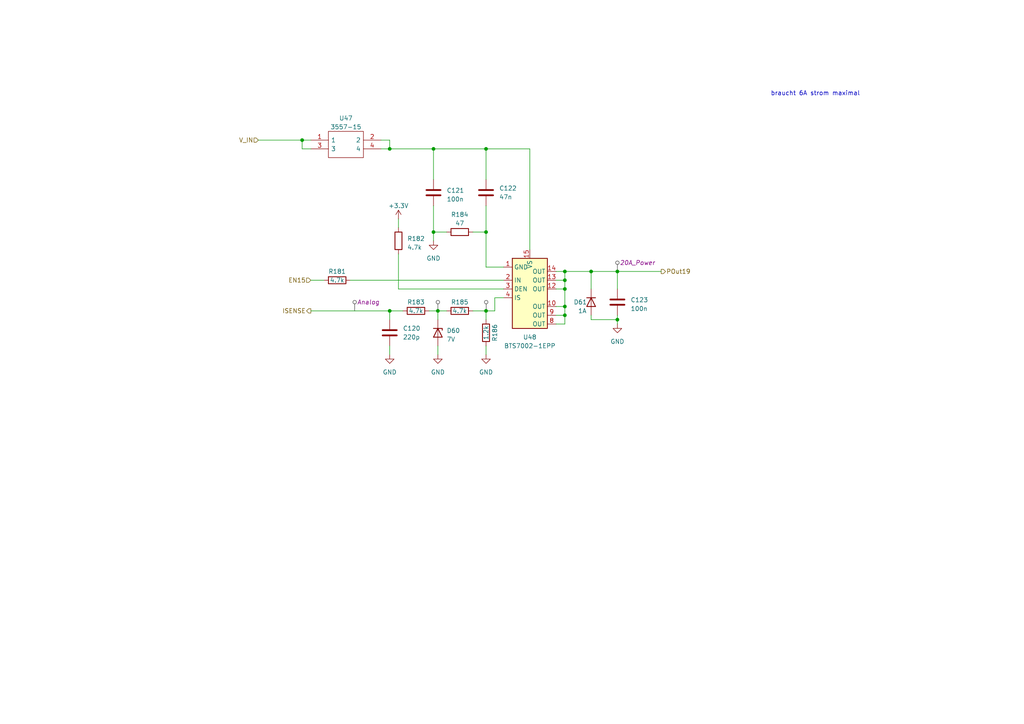
<source format=kicad_sch>
(kicad_sch
	(version 20231120)
	(generator "eeschema")
	(generator_version "8.0")
	(uuid "d558bbc7-5f0f-4c6e-982f-f0943f46614a")
	(paper "A4")
	(title_block
		(title "PDU FT24")
		(company "Nived Jayaprakash Nambiar ")
		(comment 1 "FasTTUBe Electronics")
	)
	(lib_symbols
		(symbol "3557-15:3557-15"
			(pin_names
				(offset 0.762)
			)
			(exclude_from_sim no)
			(in_bom yes)
			(on_board yes)
			(property "Reference" "U"
				(at 16.51 7.62 0)
				(effects
					(font
						(size 1.27 1.27)
					)
					(justify left)
				)
			)
			(property "Value" "3557-15"
				(at 16.51 5.08 0)
				(effects
					(font
						(size 1.27 1.27)
					)
					(justify left)
				)
			)
			(property "Footprint" "355715"
				(at 16.51 2.54 0)
				(effects
					(font
						(size 1.27 1.27)
					)
					(justify left)
					(hide yes)
				)
			)
			(property "Datasheet" "https://componentsearchengine.com/Datasheets/1/3557-15.pdf"
				(at 16.51 0 0)
				(effects
					(font
						(size 1.27 1.27)
					)
					(justify left)
					(hide yes)
				)
			)
			(property "Description" "Fuse Holder T/H 2 IN 1 AUTO BLDE HOLDER, BLUE 15A"
				(at 16.51 -2.54 0)
				(effects
					(font
						(size 1.27 1.27)
					)
					(justify left)
					(hide yes)
				)
			)
			(property "Height" "7.37"
				(at 16.51 -5.08 0)
				(effects
					(font
						(size 1.27 1.27)
					)
					(justify left)
					(hide yes)
				)
			)
			(property "heisener Part Number" ""
				(at 16.51 -7.62 0)
				(effects
					(font
						(size 1.27 1.27)
					)
					(justify left)
					(hide yes)
				)
			)
			(property "heisener Price/Stock" ""
				(at 16.51 -10.16 0)
				(effects
					(font
						(size 1.27 1.27)
					)
					(justify left)
					(hide yes)
				)
			)
			(property "Manufacturer_Name" "Keystone Electronics"
				(at 16.51 -12.7 0)
				(effects
					(font
						(size 1.27 1.27)
					)
					(justify left)
					(hide yes)
				)
			)
			(property "Manufacturer_Part_Number" "3557-15"
				(at 16.51 -15.24 0)
				(effects
					(font
						(size 1.27 1.27)
					)
					(justify left)
					(hide yes)
				)
			)
			(symbol "3557-15_0_0"
				(pin passive line
					(at 0 0 0)
					(length 5.08)
					(name "1"
						(effects
							(font
								(size 1.27 1.27)
							)
						)
					)
					(number "1"
						(effects
							(font
								(size 1.27 1.27)
							)
						)
					)
				)
				(pin passive line
					(at 20.32 0 180)
					(length 5.08)
					(name "2"
						(effects
							(font
								(size 1.27 1.27)
							)
						)
					)
					(number "2"
						(effects
							(font
								(size 1.27 1.27)
							)
						)
					)
				)
				(pin passive line
					(at 0 -2.54 0)
					(length 5.08)
					(name "3"
						(effects
							(font
								(size 1.27 1.27)
							)
						)
					)
					(number "3"
						(effects
							(font
								(size 1.27 1.27)
							)
						)
					)
				)
				(pin passive line
					(at 20.32 -2.54 180)
					(length 5.08)
					(name "4"
						(effects
							(font
								(size 1.27 1.27)
							)
						)
					)
					(number "4"
						(effects
							(font
								(size 1.27 1.27)
							)
						)
					)
				)
			)
			(symbol "3557-15_0_1"
				(polyline
					(pts
						(xy 5.08 2.54) (xy 15.24 2.54) (xy 15.24 -5.08) (xy 5.08 -5.08) (xy 5.08 2.54)
					)
					(stroke
						(width 0.1524)
						(type solid)
					)
					(fill
						(type none)
					)
				)
			)
		)
		(symbol "Device:C"
			(pin_numbers hide)
			(pin_names
				(offset 0.254)
			)
			(exclude_from_sim no)
			(in_bom yes)
			(on_board yes)
			(property "Reference" "C"
				(at 0.635 2.54 0)
				(effects
					(font
						(size 1.27 1.27)
					)
					(justify left)
				)
			)
			(property "Value" "C"
				(at 0.635 -2.54 0)
				(effects
					(font
						(size 1.27 1.27)
					)
					(justify left)
				)
			)
			(property "Footprint" ""
				(at 0.9652 -3.81 0)
				(effects
					(font
						(size 1.27 1.27)
					)
					(hide yes)
				)
			)
			(property "Datasheet" "~"
				(at 0 0 0)
				(effects
					(font
						(size 1.27 1.27)
					)
					(hide yes)
				)
			)
			(property "Description" "Unpolarized capacitor"
				(at 0 0 0)
				(effects
					(font
						(size 1.27 1.27)
					)
					(hide yes)
				)
			)
			(property "ki_keywords" "cap capacitor"
				(at 0 0 0)
				(effects
					(font
						(size 1.27 1.27)
					)
					(hide yes)
				)
			)
			(property "ki_fp_filters" "C_*"
				(at 0 0 0)
				(effects
					(font
						(size 1.27 1.27)
					)
					(hide yes)
				)
			)
			(symbol "C_0_1"
				(polyline
					(pts
						(xy -2.032 -0.762) (xy 2.032 -0.762)
					)
					(stroke
						(width 0.508)
						(type default)
					)
					(fill
						(type none)
					)
				)
				(polyline
					(pts
						(xy -2.032 0.762) (xy 2.032 0.762)
					)
					(stroke
						(width 0.508)
						(type default)
					)
					(fill
						(type none)
					)
				)
			)
			(symbol "C_1_1"
				(pin passive line
					(at 0 3.81 270)
					(length 2.794)
					(name "~"
						(effects
							(font
								(size 1.27 1.27)
							)
						)
					)
					(number "1"
						(effects
							(font
								(size 1.27 1.27)
							)
						)
					)
				)
				(pin passive line
					(at 0 -3.81 90)
					(length 2.794)
					(name "~"
						(effects
							(font
								(size 1.27 1.27)
							)
						)
					)
					(number "2"
						(effects
							(font
								(size 1.27 1.27)
							)
						)
					)
				)
			)
		)
		(symbol "Device:D"
			(pin_numbers hide)
			(pin_names
				(offset 1.016) hide)
			(exclude_from_sim no)
			(in_bom yes)
			(on_board yes)
			(property "Reference" "D"
				(at 0 2.54 0)
				(effects
					(font
						(size 1.27 1.27)
					)
				)
			)
			(property "Value" "D"
				(at 0 -2.54 0)
				(effects
					(font
						(size 1.27 1.27)
					)
				)
			)
			(property "Footprint" ""
				(at 0 0 0)
				(effects
					(font
						(size 1.27 1.27)
					)
					(hide yes)
				)
			)
			(property "Datasheet" "~"
				(at 0 0 0)
				(effects
					(font
						(size 1.27 1.27)
					)
					(hide yes)
				)
			)
			(property "Description" "Diode"
				(at 0 0 0)
				(effects
					(font
						(size 1.27 1.27)
					)
					(hide yes)
				)
			)
			(property "Sim.Device" "D"
				(at 0 0 0)
				(effects
					(font
						(size 1.27 1.27)
					)
					(hide yes)
				)
			)
			(property "Sim.Pins" "1=K 2=A"
				(at 0 0 0)
				(effects
					(font
						(size 1.27 1.27)
					)
					(hide yes)
				)
			)
			(property "ki_keywords" "diode"
				(at 0 0 0)
				(effects
					(font
						(size 1.27 1.27)
					)
					(hide yes)
				)
			)
			(property "ki_fp_filters" "TO-???* *_Diode_* *SingleDiode* D_*"
				(at 0 0 0)
				(effects
					(font
						(size 1.27 1.27)
					)
					(hide yes)
				)
			)
			(symbol "D_0_1"
				(polyline
					(pts
						(xy -1.27 1.27) (xy -1.27 -1.27)
					)
					(stroke
						(width 0.254)
						(type default)
					)
					(fill
						(type none)
					)
				)
				(polyline
					(pts
						(xy 1.27 0) (xy -1.27 0)
					)
					(stroke
						(width 0)
						(type default)
					)
					(fill
						(type none)
					)
				)
				(polyline
					(pts
						(xy 1.27 1.27) (xy 1.27 -1.27) (xy -1.27 0) (xy 1.27 1.27)
					)
					(stroke
						(width 0.254)
						(type default)
					)
					(fill
						(type none)
					)
				)
			)
			(symbol "D_1_1"
				(pin passive line
					(at -3.81 0 0)
					(length 2.54)
					(name "K"
						(effects
							(font
								(size 1.27 1.27)
							)
						)
					)
					(number "1"
						(effects
							(font
								(size 1.27 1.27)
							)
						)
					)
				)
				(pin passive line
					(at 3.81 0 180)
					(length 2.54)
					(name "A"
						(effects
							(font
								(size 1.27 1.27)
							)
						)
					)
					(number "2"
						(effects
							(font
								(size 1.27 1.27)
							)
						)
					)
				)
			)
		)
		(symbol "Device:D_Zener"
			(pin_numbers hide)
			(pin_names
				(offset 1.016) hide)
			(exclude_from_sim no)
			(in_bom yes)
			(on_board yes)
			(property "Reference" "D"
				(at 0 2.54 0)
				(effects
					(font
						(size 1.27 1.27)
					)
				)
			)
			(property "Value" "D_Zener"
				(at 0 -2.54 0)
				(effects
					(font
						(size 1.27 1.27)
					)
				)
			)
			(property "Footprint" ""
				(at 0 0 0)
				(effects
					(font
						(size 1.27 1.27)
					)
					(hide yes)
				)
			)
			(property "Datasheet" "~"
				(at 0 0 0)
				(effects
					(font
						(size 1.27 1.27)
					)
					(hide yes)
				)
			)
			(property "Description" "Zener diode"
				(at 0 0 0)
				(effects
					(font
						(size 1.27 1.27)
					)
					(hide yes)
				)
			)
			(property "ki_keywords" "diode"
				(at 0 0 0)
				(effects
					(font
						(size 1.27 1.27)
					)
					(hide yes)
				)
			)
			(property "ki_fp_filters" "TO-???* *_Diode_* *SingleDiode* D_*"
				(at 0 0 0)
				(effects
					(font
						(size 1.27 1.27)
					)
					(hide yes)
				)
			)
			(symbol "D_Zener_0_1"
				(polyline
					(pts
						(xy 1.27 0) (xy -1.27 0)
					)
					(stroke
						(width 0)
						(type default)
					)
					(fill
						(type none)
					)
				)
				(polyline
					(pts
						(xy -1.27 -1.27) (xy -1.27 1.27) (xy -0.762 1.27)
					)
					(stroke
						(width 0.254)
						(type default)
					)
					(fill
						(type none)
					)
				)
				(polyline
					(pts
						(xy 1.27 -1.27) (xy 1.27 1.27) (xy -1.27 0) (xy 1.27 -1.27)
					)
					(stroke
						(width 0.254)
						(type default)
					)
					(fill
						(type none)
					)
				)
			)
			(symbol "D_Zener_1_1"
				(pin passive line
					(at -3.81 0 0)
					(length 2.54)
					(name "K"
						(effects
							(font
								(size 1.27 1.27)
							)
						)
					)
					(number "1"
						(effects
							(font
								(size 1.27 1.27)
							)
						)
					)
				)
				(pin passive line
					(at 3.81 0 180)
					(length 2.54)
					(name "A"
						(effects
							(font
								(size 1.27 1.27)
							)
						)
					)
					(number "2"
						(effects
							(font
								(size 1.27 1.27)
							)
						)
					)
				)
			)
		)
		(symbol "Device:R"
			(pin_numbers hide)
			(pin_names
				(offset 0)
			)
			(exclude_from_sim no)
			(in_bom yes)
			(on_board yes)
			(property "Reference" "R"
				(at 2.032 0 90)
				(effects
					(font
						(size 1.27 1.27)
					)
				)
			)
			(property "Value" "R"
				(at 0 0 90)
				(effects
					(font
						(size 1.27 1.27)
					)
				)
			)
			(property "Footprint" ""
				(at -1.778 0 90)
				(effects
					(font
						(size 1.27 1.27)
					)
					(hide yes)
				)
			)
			(property "Datasheet" "~"
				(at 0 0 0)
				(effects
					(font
						(size 1.27 1.27)
					)
					(hide yes)
				)
			)
			(property "Description" "Resistor"
				(at 0 0 0)
				(effects
					(font
						(size 1.27 1.27)
					)
					(hide yes)
				)
			)
			(property "ki_keywords" "R res resistor"
				(at 0 0 0)
				(effects
					(font
						(size 1.27 1.27)
					)
					(hide yes)
				)
			)
			(property "ki_fp_filters" "R_*"
				(at 0 0 0)
				(effects
					(font
						(size 1.27 1.27)
					)
					(hide yes)
				)
			)
			(symbol "R_0_1"
				(rectangle
					(start -1.016 -2.54)
					(end 1.016 2.54)
					(stroke
						(width 0.254)
						(type default)
					)
					(fill
						(type none)
					)
				)
			)
			(symbol "R_1_1"
				(pin passive line
					(at 0 3.81 270)
					(length 1.27)
					(name "~"
						(effects
							(font
								(size 1.27 1.27)
							)
						)
					)
					(number "1"
						(effects
							(font
								(size 1.27 1.27)
							)
						)
					)
				)
				(pin passive line
					(at 0 -3.81 90)
					(length 1.27)
					(name "~"
						(effects
							(font
								(size 1.27 1.27)
							)
						)
					)
					(number "2"
						(effects
							(font
								(size 1.27 1.27)
							)
						)
					)
				)
			)
		)
		(symbol "PROFET:BTS7002-1EPP"
			(exclude_from_sim no)
			(in_bom yes)
			(on_board yes)
			(property "Reference" "U48"
				(at 0 -17.78 0)
				(effects
					(font
						(size 1.27 1.27)
					)
				)
			)
			(property "Value" "BTS7002-1EPP"
				(at 0 -20.32 0)
				(effects
					(font
						(size 1.27 1.27)
					)
				)
			)
			(property "Footprint" "Package_SO:Infineon_PG-TSDSO-14-22"
				(at -25.4 -16.51 0)
				(effects
					(font
						(size 1.27 1.27)
					)
					(hide yes)
				)
			)
			(property "Datasheet" "https://www.infineon.com/dgdl/Infineon-BTS7002-1EPP-DataSheet-v01_10-EN.pdf?fileId=5546d46278d64ffd0178d95f93655dc0"
				(at -1.27 -19.05 0)
				(effects
					(font
						(size 1.27 1.27)
					)
					(hide yes)
				)
			)
			(property "Description" "Smart High-Side Power Switch, PROFET, One Channel, 12V, 21A, Rds(on) 2.6mΩ, PG-TSDSO-14-22"
				(at 0 0 0)
				(effects
					(font
						(size 1.27 1.27)
					)
					(hide yes)
				)
			)
			(property "ki_keywords" "BTS7004"
				(at 0 0 0)
				(effects
					(font
						(size 1.27 1.27)
					)
					(hide yes)
				)
			)
			(property "ki_fp_filters" "Infineon*TSDSO*22*"
				(at 0 0 0)
				(effects
					(font
						(size 1.27 1.27)
					)
					(hide yes)
				)
			)
			(symbol "BTS7002-1EPP_0_1"
				(rectangle
					(start -5.08 5.08)
					(end 5.08 -15.24)
					(stroke
						(width 0.254)
						(type default)
					)
					(fill
						(type background)
					)
				)
			)
			(symbol "BTS7002-1EPP_1_1"
				(pin power_out line
					(at -7.62 2.54 0)
					(length 2.54)
					(name "GND"
						(effects
							(font
								(size 1.27 1.27)
							)
						)
					)
					(number "1"
						(effects
							(font
								(size 1.27 1.27)
							)
						)
					)
				)
				(pin passive line
					(at 7.62 -8.89 180)
					(length 2.54)
					(name "OUT"
						(effects
							(font
								(size 1.27 1.27)
							)
						)
					)
					(number "10"
						(effects
							(font
								(size 1.27 1.27)
							)
						)
					)
				)
				(pin no_connect line
					(at 7.62 -6.35 180)
					(length 2.54) hide
					(name "NC"
						(effects
							(font
								(size 1.27 1.27)
							)
						)
					)
					(number "11"
						(effects
							(font
								(size 1.27 1.27)
							)
						)
					)
				)
				(pin passive line
					(at 7.62 -3.81 180)
					(length 2.54)
					(name "OUT"
						(effects
							(font
								(size 1.27 1.27)
							)
						)
					)
					(number "12"
						(effects
							(font
								(size 1.27 1.27)
							)
						)
					)
				)
				(pin passive line
					(at 7.62 -1.27 180)
					(length 2.54)
					(name "OUT"
						(effects
							(font
								(size 1.27 1.27)
							)
						)
					)
					(number "13"
						(effects
							(font
								(size 1.27 1.27)
							)
						)
					)
				)
				(pin power_out line
					(at 7.62 1.27 180)
					(length 2.54)
					(name "OUT"
						(effects
							(font
								(size 1.27 1.27)
							)
						)
					)
					(number "14"
						(effects
							(font
								(size 1.27 1.27)
							)
						)
					)
				)
				(pin input line
					(at 0 7.62 270)
					(length 2.54)
					(name "VS"
						(effects
							(font
								(size 1.27 1.27)
							)
						)
					)
					(number "15"
						(effects
							(font
								(size 1.27 1.27)
							)
						)
					)
				)
				(pin input line
					(at -7.62 -1.27 0)
					(length 2.54)
					(name "IN"
						(effects
							(font
								(size 1.27 1.27)
							)
						)
					)
					(number "2"
						(effects
							(font
								(size 1.27 1.27)
							)
						)
					)
				)
				(pin input line
					(at -7.62 -3.81 0)
					(length 2.54)
					(name "DEN"
						(effects
							(font
								(size 1.27 1.27)
							)
						)
					)
					(number "3"
						(effects
							(font
								(size 1.27 1.27)
							)
						)
					)
				)
				(pin output line
					(at -7.62 -6.35 0)
					(length 2.54)
					(name "IS"
						(effects
							(font
								(size 1.27 1.27)
							)
						)
					)
					(number "4"
						(effects
							(font
								(size 1.27 1.27)
							)
						)
					)
				)
				(pin no_connect line
					(at -7.62 -8.89 0)
					(length 2.54) hide
					(name "NC"
						(effects
							(font
								(size 1.27 1.27)
							)
						)
					)
					(number "5"
						(effects
							(font
								(size 1.27 1.27)
							)
						)
					)
				)
				(pin no_connect line
					(at -7.62 -11.43 0)
					(length 2.54) hide
					(name "NC"
						(effects
							(font
								(size 1.27 1.27)
							)
						)
					)
					(number "6"
						(effects
							(font
								(size 1.27 1.27)
							)
						)
					)
				)
				(pin no_connect line
					(at -7.62 -13.97 0)
					(length 2.54) hide
					(name "NC"
						(effects
							(font
								(size 1.27 1.27)
							)
						)
					)
					(number "7"
						(effects
							(font
								(size 1.27 1.27)
							)
						)
					)
				)
				(pin passive line
					(at 7.62 -13.97 180)
					(length 2.54)
					(name "OUT"
						(effects
							(font
								(size 1.27 1.27)
							)
						)
					)
					(number "8"
						(effects
							(font
								(size 1.27 1.27)
							)
						)
					)
				)
				(pin passive line
					(at 7.62 -11.43 180)
					(length 2.54)
					(name "OUT"
						(effects
							(font
								(size 1.27 1.27)
							)
						)
					)
					(number "9"
						(effects
							(font
								(size 1.27 1.27)
							)
						)
					)
				)
			)
		)
		(symbol "power:+3.3V"
			(power)
			(pin_names
				(offset 0)
			)
			(exclude_from_sim no)
			(in_bom yes)
			(on_board yes)
			(property "Reference" "#PWR"
				(at 0 -3.81 0)
				(effects
					(font
						(size 1.27 1.27)
					)
					(hide yes)
				)
			)
			(property "Value" "+3.3V"
				(at 0 3.556 0)
				(effects
					(font
						(size 1.27 1.27)
					)
				)
			)
			(property "Footprint" ""
				(at 0 0 0)
				(effects
					(font
						(size 1.27 1.27)
					)
					(hide yes)
				)
			)
			(property "Datasheet" ""
				(at 0 0 0)
				(effects
					(font
						(size 1.27 1.27)
					)
					(hide yes)
				)
			)
			(property "Description" "Power symbol creates a global label with name \"+3.3V\""
				(at 0 0 0)
				(effects
					(font
						(size 1.27 1.27)
					)
					(hide yes)
				)
			)
			(property "ki_keywords" "global power"
				(at 0 0 0)
				(effects
					(font
						(size 1.27 1.27)
					)
					(hide yes)
				)
			)
			(symbol "+3.3V_0_1"
				(polyline
					(pts
						(xy -0.762 1.27) (xy 0 2.54)
					)
					(stroke
						(width 0)
						(type default)
					)
					(fill
						(type none)
					)
				)
				(polyline
					(pts
						(xy 0 0) (xy 0 2.54)
					)
					(stroke
						(width 0)
						(type default)
					)
					(fill
						(type none)
					)
				)
				(polyline
					(pts
						(xy 0 2.54) (xy 0.762 1.27)
					)
					(stroke
						(width 0)
						(type default)
					)
					(fill
						(type none)
					)
				)
			)
			(symbol "+3.3V_1_1"
				(pin power_in line
					(at 0 0 90)
					(length 0) hide
					(name "+3.3V"
						(effects
							(font
								(size 1.27 1.27)
							)
						)
					)
					(number "1"
						(effects
							(font
								(size 1.27 1.27)
							)
						)
					)
				)
			)
		)
		(symbol "power:GND"
			(power)
			(pin_names
				(offset 0)
			)
			(exclude_from_sim no)
			(in_bom yes)
			(on_board yes)
			(property "Reference" "#PWR"
				(at 0 -6.35 0)
				(effects
					(font
						(size 1.27 1.27)
					)
					(hide yes)
				)
			)
			(property "Value" "GND"
				(at 0 -3.81 0)
				(effects
					(font
						(size 1.27 1.27)
					)
				)
			)
			(property "Footprint" ""
				(at 0 0 0)
				(effects
					(font
						(size 1.27 1.27)
					)
					(hide yes)
				)
			)
			(property "Datasheet" ""
				(at 0 0 0)
				(effects
					(font
						(size 1.27 1.27)
					)
					(hide yes)
				)
			)
			(property "Description" "Power symbol creates a global label with name \"GND\" , ground"
				(at 0 0 0)
				(effects
					(font
						(size 1.27 1.27)
					)
					(hide yes)
				)
			)
			(property "ki_keywords" "global power"
				(at 0 0 0)
				(effects
					(font
						(size 1.27 1.27)
					)
					(hide yes)
				)
			)
			(symbol "GND_0_1"
				(polyline
					(pts
						(xy 0 0) (xy 0 -1.27) (xy 1.27 -1.27) (xy 0 -2.54) (xy -1.27 -1.27) (xy 0 -1.27)
					)
					(stroke
						(width 0)
						(type default)
					)
					(fill
						(type none)
					)
				)
			)
			(symbol "GND_1_1"
				(pin power_in line
					(at 0 0 270)
					(length 0) hide
					(name "GND"
						(effects
							(font
								(size 1.27 1.27)
							)
						)
					)
					(number "1"
						(effects
							(font
								(size 1.27 1.27)
							)
						)
					)
				)
			)
		)
	)
	(junction
		(at 163.83 81.28)
		(diameter 0)
		(color 0 0 0 0)
		(uuid "0a615279-484c-4655-96ef-2d82b90243b9")
	)
	(junction
		(at 179.07 92.71)
		(diameter 0)
		(color 0 0 0 0)
		(uuid "16fd30dc-d324-4461-a48a-d4d76a83a1b1")
	)
	(junction
		(at 113.03 43.18)
		(diameter 0)
		(color 0 0 0 0)
		(uuid "39b499e8-afc2-4eb2-9a8a-a910d3b6b122")
	)
	(junction
		(at 163.83 88.9)
		(diameter 0)
		(color 0 0 0 0)
		(uuid "3bec01ce-54e8-4c49-b6b2-fef25a88e3cc")
	)
	(junction
		(at 163.83 91.44)
		(diameter 0)
		(color 0 0 0 0)
		(uuid "3df0876e-485f-4e06-b939-02a652cd23c4")
	)
	(junction
		(at 113.03 90.17)
		(diameter 0)
		(color 0 0 0 0)
		(uuid "3ea76131-0365-4bd6-a386-8c8847dd256e")
	)
	(junction
		(at 163.83 78.74)
		(diameter 0)
		(color 0 0 0 0)
		(uuid "47690f26-2aa7-482d-a586-0289bcbb522a")
	)
	(junction
		(at 140.97 43.18)
		(diameter 0)
		(color 0 0 0 0)
		(uuid "75762ad9-4c6a-4651-8bd7-f7856e8c1ffb")
	)
	(junction
		(at 163.83 83.82)
		(diameter 0)
		(color 0 0 0 0)
		(uuid "7a8a8614-daea-493e-af1a-383e3bb93554")
	)
	(junction
		(at 125.73 43.18)
		(diameter 0)
		(color 0 0 0 0)
		(uuid "7cff620e-aab7-434a-ad48-e466122c9a96")
	)
	(junction
		(at 140.97 67.31)
		(diameter 0)
		(color 0 0 0 0)
		(uuid "90a588c6-9948-4867-b232-651c1b9d0960")
	)
	(junction
		(at 87.63 40.64)
		(diameter 0)
		(color 0 0 0 0)
		(uuid "956b636f-6d24-4851-9c31-9c73e3c1dfa5")
	)
	(junction
		(at 125.73 67.31)
		(diameter 0)
		(color 0 0 0 0)
		(uuid "a4075c73-970e-41b5-ba61-520e949417e3")
	)
	(junction
		(at 171.45 78.74)
		(diameter 0)
		(color 0 0 0 0)
		(uuid "ba84c31c-905d-42c2-8259-4b5606df3df6")
	)
	(junction
		(at 127 90.17)
		(diameter 0)
		(color 0 0 0 0)
		(uuid "be2f5d82-1785-4b8a-b492-ef9585e41cad")
	)
	(junction
		(at 140.97 90.17)
		(diameter 0)
		(color 0 0 0 0)
		(uuid "cb400b68-a27d-4aa1-97ce-a2db95eb1442")
	)
	(junction
		(at 179.07 78.74)
		(diameter 0)
		(color 0 0 0 0)
		(uuid "d5752029-cc28-4a06-87ec-bacf5c8ce756")
	)
	(wire
		(pts
			(xy 161.29 91.44) (xy 163.83 91.44)
		)
		(stroke
			(width 0)
			(type default)
		)
		(uuid "0908663d-f197-40fd-a08e-d8fe643d2e3f")
	)
	(wire
		(pts
			(xy 127 90.17) (xy 124.46 90.17)
		)
		(stroke
			(width 0)
			(type default)
		)
		(uuid "0b0714c4-c3b1-4c03-a355-84d043dad676")
	)
	(wire
		(pts
			(xy 110.49 43.18) (xy 113.03 43.18)
		)
		(stroke
			(width 0)
			(type default)
		)
		(uuid "0b9ae9bd-b453-4bbf-be83-afb397634b6d")
	)
	(wire
		(pts
			(xy 140.97 67.31) (xy 140.97 77.47)
		)
		(stroke
			(width 0)
			(type default)
		)
		(uuid "0cef93dd-3eca-4506-9a8b-e2298a37eced")
	)
	(wire
		(pts
			(xy 171.45 78.74) (xy 179.07 78.74)
		)
		(stroke
			(width 0)
			(type default)
		)
		(uuid "11d0f44b-3244-4c4c-a2fa-280f7d9855c0")
	)
	(wire
		(pts
			(xy 140.97 92.71) (xy 140.97 90.17)
		)
		(stroke
			(width 0)
			(type default)
		)
		(uuid "18888ef2-a18d-4f84-bd0b-540660cbfeaf")
	)
	(wire
		(pts
			(xy 140.97 90.17) (xy 143.51 90.17)
		)
		(stroke
			(width 0)
			(type default)
		)
		(uuid "191ff63a-9286-497d-b2a4-ba773b282805")
	)
	(wire
		(pts
			(xy 74.93 40.64) (xy 87.63 40.64)
		)
		(stroke
			(width 0)
			(type default)
		)
		(uuid "1f5c644d-0b75-4b84-9f9c-249a41b75a66")
	)
	(wire
		(pts
			(xy 140.97 43.18) (xy 140.97 52.07)
		)
		(stroke
			(width 0)
			(type default)
		)
		(uuid "1f89bfe6-8aeb-4972-9b9c-9b39ee9f27b5")
	)
	(wire
		(pts
			(xy 125.73 43.18) (xy 125.73 52.07)
		)
		(stroke
			(width 0)
			(type default)
		)
		(uuid "2179cfdb-f408-4639-8240-70887e875bf3")
	)
	(wire
		(pts
			(xy 127 100.33) (xy 127 102.87)
		)
		(stroke
			(width 0)
			(type default)
		)
		(uuid "2d0a2ef5-22b7-42be-a995-a3fda184417f")
	)
	(wire
		(pts
			(xy 140.97 59.69) (xy 140.97 67.31)
		)
		(stroke
			(width 0)
			(type default)
		)
		(uuid "359e311f-09d9-4bc5-8cd7-5e19f35497fb")
	)
	(wire
		(pts
			(xy 115.57 83.82) (xy 146.05 83.82)
		)
		(stroke
			(width 0)
			(type default)
		)
		(uuid "35f711b7-a575-4333-9906-fea18d634fd2")
	)
	(wire
		(pts
			(xy 163.83 78.74) (xy 171.45 78.74)
		)
		(stroke
			(width 0)
			(type default)
		)
		(uuid "369d4e94-ac24-4a15-9257-92aefd83afea")
	)
	(wire
		(pts
			(xy 163.83 88.9) (xy 163.83 83.82)
		)
		(stroke
			(width 0)
			(type default)
		)
		(uuid "37b3ed5e-26a8-43bb-9f1c-97de835abfda")
	)
	(wire
		(pts
			(xy 116.84 90.17) (xy 113.03 90.17)
		)
		(stroke
			(width 0)
			(type default)
		)
		(uuid "448cd2e0-7e74-4b98-b4c8-c1ae488663d8")
	)
	(wire
		(pts
			(xy 163.83 78.74) (xy 161.29 78.74)
		)
		(stroke
			(width 0)
			(type default)
		)
		(uuid "5339edab-2b25-4c17-a08b-e97c92883366")
	)
	(wire
		(pts
			(xy 127 90.17) (xy 129.54 90.17)
		)
		(stroke
			(width 0)
			(type default)
		)
		(uuid "55c79fcd-4539-470f-bade-db57406d24ae")
	)
	(wire
		(pts
			(xy 161.29 83.82) (xy 163.83 83.82)
		)
		(stroke
			(width 0)
			(type default)
		)
		(uuid "5a318884-8ed1-4520-a902-02a63f1ba439")
	)
	(wire
		(pts
			(xy 179.07 78.74) (xy 191.77 78.74)
		)
		(stroke
			(width 0)
			(type default)
		)
		(uuid "5cd4e282-954d-4892-9f01-f392f6eb3286")
	)
	(wire
		(pts
			(xy 161.29 81.28) (xy 163.83 81.28)
		)
		(stroke
			(width 0)
			(type default)
		)
		(uuid "6a71036a-49d8-4a0a-b3d9-f497e6df6ec4")
	)
	(wire
		(pts
			(xy 179.07 92.71) (xy 179.07 93.98)
		)
		(stroke
			(width 0)
			(type default)
		)
		(uuid "6b51f448-d4d6-4030-9748-a2e5dc57f73b")
	)
	(wire
		(pts
			(xy 161.29 88.9) (xy 163.83 88.9)
		)
		(stroke
			(width 0)
			(type default)
		)
		(uuid "70ecfb4c-26cf-47b1-a51a-f6f3e2a0b3f7")
	)
	(wire
		(pts
			(xy 125.73 67.31) (xy 125.73 69.85)
		)
		(stroke
			(width 0)
			(type default)
		)
		(uuid "779a52ba-22c4-4dc6-aac7-262050d307c6")
	)
	(wire
		(pts
			(xy 137.16 67.31) (xy 140.97 67.31)
		)
		(stroke
			(width 0)
			(type default)
		)
		(uuid "79d285af-dbd2-42d5-9df7-31bf05da1cca")
	)
	(wire
		(pts
			(xy 115.57 63.5) (xy 115.57 66.04)
		)
		(stroke
			(width 0)
			(type default)
		)
		(uuid "7c18851f-d141-41ec-807d-d016b67d72fb")
	)
	(wire
		(pts
			(xy 146.05 77.47) (xy 140.97 77.47)
		)
		(stroke
			(width 0)
			(type default)
		)
		(uuid "81e0edaa-5ed4-4f31-926f-4b7a7d7bea8e")
	)
	(wire
		(pts
			(xy 143.51 86.36) (xy 146.05 86.36)
		)
		(stroke
			(width 0)
			(type default)
		)
		(uuid "8514942e-25c5-434d-b2e1-39677e36d321")
	)
	(wire
		(pts
			(xy 179.07 91.44) (xy 179.07 92.71)
		)
		(stroke
			(width 0)
			(type default)
		)
		(uuid "86b4ab76-47fd-4177-b273-8b6f873067e8")
	)
	(wire
		(pts
			(xy 113.03 100.33) (xy 113.03 102.87)
		)
		(stroke
			(width 0)
			(type default)
		)
		(uuid "8c0710f6-ac7f-4c83-b287-9887d512dda4")
	)
	(wire
		(pts
			(xy 140.97 100.33) (xy 140.97 102.87)
		)
		(stroke
			(width 0)
			(type default)
		)
		(uuid "900a5693-05a2-45f7-bd06-766c627a4d0d")
	)
	(wire
		(pts
			(xy 163.83 81.28) (xy 163.83 78.74)
		)
		(stroke
			(width 0)
			(type default)
		)
		(uuid "9112be75-3878-4b0a-a41f-d1a5ad1977cf")
	)
	(wire
		(pts
			(xy 110.49 40.64) (xy 113.03 40.64)
		)
		(stroke
			(width 0)
			(type default)
		)
		(uuid "916c3a8f-e947-4952-ad36-04d55c2394b8")
	)
	(wire
		(pts
			(xy 163.83 93.98) (xy 163.83 91.44)
		)
		(stroke
			(width 0)
			(type default)
		)
		(uuid "9d30b778-0dfb-414b-8723-337962f758a1")
	)
	(wire
		(pts
			(xy 113.03 40.64) (xy 113.03 43.18)
		)
		(stroke
			(width 0)
			(type default)
		)
		(uuid "a352a5ee-9877-43fd-a4cd-b927dd51197c")
	)
	(wire
		(pts
			(xy 90.17 81.28) (xy 93.98 81.28)
		)
		(stroke
			(width 0)
			(type default)
		)
		(uuid "ac25000e-f8d0-4432-8e12-cfef323b2ee3")
	)
	(wire
		(pts
			(xy 101.6 81.28) (xy 146.05 81.28)
		)
		(stroke
			(width 0)
			(type default)
		)
		(uuid "b01117e0-7b79-4032-b968-e3885c6063a3")
	)
	(wire
		(pts
			(xy 171.45 92.71) (xy 179.07 92.71)
		)
		(stroke
			(width 0)
			(type default)
		)
		(uuid "b89d4071-3712-4ec5-9a71-f483a6b39561")
	)
	(wire
		(pts
			(xy 115.57 73.66) (xy 115.57 83.82)
		)
		(stroke
			(width 0)
			(type default)
		)
		(uuid "baa70bf9-b2a5-483e-a691-cea3a0b587dc")
	)
	(wire
		(pts
			(xy 113.03 90.17) (xy 113.03 92.71)
		)
		(stroke
			(width 0)
			(type default)
		)
		(uuid "bc93f651-f381-4fd9-80b5-44d597e05005")
	)
	(wire
		(pts
			(xy 143.51 90.17) (xy 143.51 86.36)
		)
		(stroke
			(width 0)
			(type default)
		)
		(uuid "c2fcdb5a-24ff-4d27-8db2-054e656dfae0")
	)
	(wire
		(pts
			(xy 125.73 67.31) (xy 125.73 59.69)
		)
		(stroke
			(width 0)
			(type default)
		)
		(uuid "c4f55dae-ab0a-47b5-82f4-03a6d9769375")
	)
	(wire
		(pts
			(xy 129.54 67.31) (xy 125.73 67.31)
		)
		(stroke
			(width 0)
			(type default)
		)
		(uuid "c6a2f86c-102c-4120-b70e-6b551f514d7a")
	)
	(wire
		(pts
			(xy 90.17 43.18) (xy 87.63 43.18)
		)
		(stroke
			(width 0)
			(type default)
		)
		(uuid "cb3dfc6b-8a13-44ce-8ffe-2cba7d46bb2e")
	)
	(wire
		(pts
			(xy 87.63 43.18) (xy 87.63 40.64)
		)
		(stroke
			(width 0)
			(type default)
		)
		(uuid "cd60a3a8-5bf1-435d-8d20-573423c4937d")
	)
	(wire
		(pts
			(xy 140.97 43.18) (xy 153.67 43.18)
		)
		(stroke
			(width 0)
			(type default)
		)
		(uuid "d101771c-a457-4f54-aa97-dedba2b7c0f9")
	)
	(wire
		(pts
			(xy 125.73 43.18) (xy 140.97 43.18)
		)
		(stroke
			(width 0)
			(type default)
		)
		(uuid "d2398f4c-0235-437c-a5b7-c31a044773fb")
	)
	(wire
		(pts
			(xy 153.67 43.18) (xy 153.67 72.39)
		)
		(stroke
			(width 0)
			(type default)
		)
		(uuid "d57dd0be-beff-4e24-a4ab-7a0cfffb821f")
	)
	(wire
		(pts
			(xy 161.29 93.98) (xy 163.83 93.98)
		)
		(stroke
			(width 0)
			(type default)
		)
		(uuid "d64c8100-548b-4b62-8c86-c1b9270f75b5")
	)
	(wire
		(pts
			(xy 127 92.71) (xy 127 90.17)
		)
		(stroke
			(width 0)
			(type default)
		)
		(uuid "dca61281-1ee8-4be3-8195-d7d758e58712")
	)
	(wire
		(pts
			(xy 90.17 90.17) (xy 113.03 90.17)
		)
		(stroke
			(width 0)
			(type default)
		)
		(uuid "e0c04a3b-7f2b-4ba6-8c65-3780d1ed9945")
	)
	(wire
		(pts
			(xy 87.63 40.64) (xy 90.17 40.64)
		)
		(stroke
			(width 0)
			(type default)
		)
		(uuid "ea04e71a-a4a4-48e0-9da6-c9a128b52481")
	)
	(wire
		(pts
			(xy 171.45 91.44) (xy 171.45 92.71)
		)
		(stroke
			(width 0)
			(type default)
		)
		(uuid "eb849254-1342-48e4-83c4-8c0df91be866")
	)
	(wire
		(pts
			(xy 171.45 78.74) (xy 171.45 83.82)
		)
		(stroke
			(width 0)
			(type default)
		)
		(uuid "f0f9e41a-1f24-40d0-850b-938763d56065")
	)
	(wire
		(pts
			(xy 163.83 91.44) (xy 163.83 88.9)
		)
		(stroke
			(width 0)
			(type default)
		)
		(uuid "f55539c2-51ea-4d10-92cf-c108cac8ae9c")
	)
	(wire
		(pts
			(xy 163.83 83.82) (xy 163.83 81.28)
		)
		(stroke
			(width 0)
			(type default)
		)
		(uuid "f69d9d29-fe05-426a-b61d-bff27d9d2b32")
	)
	(wire
		(pts
			(xy 113.03 43.18) (xy 125.73 43.18)
		)
		(stroke
			(width 0)
			(type default)
		)
		(uuid "fad90a25-b1e3-455b-aea3-ec6319356fcb")
	)
	(wire
		(pts
			(xy 140.97 90.17) (xy 137.16 90.17)
		)
		(stroke
			(width 0)
			(type default)
		)
		(uuid "fb1b6901-5c68-42f6-b650-0539719a7ac0")
	)
	(wire
		(pts
			(xy 179.07 78.74) (xy 179.07 83.82)
		)
		(stroke
			(width 0)
			(type default)
		)
		(uuid "fdd07f97-6a96-469e-becc-3c24e4c0b795")
	)
	(text "braucht 6A strom maximal "
		(exclude_from_sim no)
		(at 223.52 27.94 0)
		(effects
			(font
				(size 1.27 1.27)
			)
			(justify left bottom)
		)
		(uuid "3248604e-1a20-4980-9015-64fd66d37824")
	)
	(hierarchical_label "POut19"
		(shape output)
		(at 191.77 78.74 0)
		(fields_autoplaced yes)
		(effects
			(font
				(size 1.27 1.27)
			)
			(justify left)
		)
		(uuid "0632916f-f621-464e-851f-1f2738f92c36")
	)
	(hierarchical_label "EN15"
		(shape input)
		(at 90.17 81.28 180)
		(fields_autoplaced yes)
		(effects
			(font
				(size 1.27 1.27)
			)
			(justify right)
		)
		(uuid "68aab38b-8c43-4745-a35a-faa0f603f4a0")
	)
	(hierarchical_label "V_IN"
		(shape input)
		(at 74.93 40.64 180)
		(fields_autoplaced yes)
		(effects
			(font
				(size 1.27 1.27)
			)
			(justify right)
		)
		(uuid "78971fec-08d9-406d-9cbc-66350c335d20")
	)
	(hierarchical_label "ISENSE"
		(shape output)
		(at 90.17 90.17 180)
		(fields_autoplaced yes)
		(effects
			(font
				(size 1.27 1.27)
			)
			(justify right)
		)
		(uuid "92a50633-1cde-4cab-9de0-36a7394f3ada")
	)
	(netclass_flag ""
		(length 2.54)
		(shape round)
		(at 102.87 90.17 0)
		(fields_autoplaced yes)
		(effects
			(font
				(size 1.27 1.27)
			)
			(justify left bottom)
		)
		(uuid "014695bd-2b8f-46b8-9acb-b127e687e9c6")
		(property "Netclass" "Analog"
			(at 103.5685 87.63 0)
			(effects
				(font
					(size 1.27 1.27)
					(italic yes)
				)
				(justify left)
			)
		)
	)
	(netclass_flag ""
		(length 2.54)
		(shape round)
		(at 141.0151 90.17 0)
		(fields_autoplaced yes)
		(effects
			(font
				(size 1.27 1.27)
			)
			(justify left bottom)
		)
		(uuid "96eb0f82-f7a9-41c4-8064-c623fab28efb")
		(property "Netclass" "Analog"
			(at 141.7136 87.63 0)
			(effects
				(font
					(size 1.27 1.27)
					(italic yes)
				)
				(justify left)
				(hide yes)
			)
		)
	)
	(netclass_flag ""
		(length 2.54)
		(shape round)
		(at 179.07 78.74 0)
		(fields_autoplaced yes)
		(effects
			(font
				(size 1.27 1.27)
			)
			(justify left bottom)
		)
		(uuid "d7dd5cf0-0f7b-4051-8816-9f1618ee1602")
		(property "Netclass" "20A_Power"
			(at 179.7685 76.2 0)
			(effects
				(font
					(size 1.27 1.27)
					(italic yes)
				)
				(justify left)
			)
		)
	)
	(netclass_flag ""
		(length 2.54)
		(shape round)
		(at 127 90.17 0)
		(fields_autoplaced yes)
		(effects
			(font
				(size 1.27 1.27)
			)
			(justify left bottom)
		)
		(uuid "e120cd1c-699b-438a-be86-8feaffe2391c")
		(property "Netclass" "Analog"
			(at 127.6985 87.63 0)
			(effects
				(font
					(size 1.27 1.27)
					(italic yes)
				)
				(justify left)
				(hide yes)
			)
		)
	)
	(symbol
		(lib_id "Device:C")
		(at 179.07 87.63 0)
		(unit 1)
		(exclude_from_sim no)
		(in_bom yes)
		(on_board yes)
		(dnp no)
		(fields_autoplaced yes)
		(uuid "0493ddaa-f2a2-4715-bfa5-f9b97b012da1")
		(property "Reference" "C123"
			(at 182.88 86.995 0)
			(effects
				(font
					(size 1.27 1.27)
				)
				(justify left)
			)
		)
		(property "Value" "100n"
			(at 182.88 89.535 0)
			(effects
				(font
					(size 1.27 1.27)
				)
				(justify left)
			)
		)
		(property "Footprint" "Capacitor_SMD:C_0603_1608Metric"
			(at 180.0352 91.44 0)
			(effects
				(font
					(size 1.27 1.27)
				)
				(hide yes)
			)
		)
		(property "Datasheet" "~"
			(at 179.07 87.63 0)
			(effects
				(font
					(size 1.27 1.27)
				)
				(hide yes)
			)
		)
		(property "Description" ""
			(at 179.07 87.63 0)
			(effects
				(font
					(size 1.27 1.27)
				)
				(hide yes)
			)
		)
		(pin "1"
			(uuid "eec375d0-e999-47d3-9806-0a417ff42e50")
		)
		(pin "2"
			(uuid "5690d43f-6cd0-490b-a908-e37d7129e945")
		)
		(instances
			(project "PDU FT24"
				(path "/cba93115-b7ba-40c8-a438-b74eea4adf4d/fc136761-7437-4777-9313-169871d18382/b093302c-432b-4c9a-ac34-d87497ff35ab"
					(reference "C123")
					(unit 1)
				)
			)
		)
	)
	(symbol
		(lib_id "Device:R")
		(at 120.65 90.17 90)
		(unit 1)
		(exclude_from_sim no)
		(in_bom yes)
		(on_board yes)
		(dnp no)
		(uuid "1802d815-d6ed-47f7-97db-f0339c978ff7")
		(property "Reference" "R183"
			(at 120.65 87.63 90)
			(effects
				(font
					(size 1.27 1.27)
				)
			)
		)
		(property "Value" "4.7k"
			(at 120.65 90.17 90)
			(effects
				(font
					(size 1.27 1.27)
				)
			)
		)
		(property "Footprint" "Resistor_SMD:R_0603_1608Metric_Pad0.98x0.95mm_HandSolder"
			(at 120.65 91.948 90)
			(effects
				(font
					(size 1.27 1.27)
				)
				(hide yes)
			)
		)
		(property "Datasheet" "~"
			(at 120.65 90.17 0)
			(effects
				(font
					(size 1.27 1.27)
				)
				(hide yes)
			)
		)
		(property "Description" ""
			(at 120.65 90.17 0)
			(effects
				(font
					(size 1.27 1.27)
				)
				(hide yes)
			)
		)
		(pin "1"
			(uuid "f9bceba8-1309-4929-91f8-f4e9d8b437c2")
		)
		(pin "2"
			(uuid "e667c6ce-ba93-4d8c-82cb-9f1018c797c5")
		)
		(instances
			(project "PDU FT24"
				(path "/cba93115-b7ba-40c8-a438-b74eea4adf4d/fc136761-7437-4777-9313-169871d18382/b093302c-432b-4c9a-ac34-d87497ff35ab"
					(reference "R183")
					(unit 1)
				)
			)
		)
	)
	(symbol
		(lib_id "3557-15:3557-15")
		(at 90.17 40.64 0)
		(unit 1)
		(exclude_from_sim no)
		(in_bom yes)
		(on_board yes)
		(dnp no)
		(fields_autoplaced yes)
		(uuid "2254783e-1ffb-4abf-8e01-884aff71550b")
		(property "Reference" "U47"
			(at 100.33 34.29 0)
			(effects
				(font
					(size 1.27 1.27)
				)
			)
		)
		(property "Value" "3557-15"
			(at 100.33 36.83 0)
			(effects
				(font
					(size 1.27 1.27)
				)
			)
		)
		(property "Footprint" "Library:355715"
			(at 106.68 38.1 0)
			(effects
				(font
					(size 1.27 1.27)
				)
				(justify left)
				(hide yes)
			)
		)
		(property "Datasheet" "https://componentsearchengine.com/Datasheets/1/3557-15.pdf"
			(at 106.68 40.64 0)
			(effects
				(font
					(size 1.27 1.27)
				)
				(justify left)
				(hide yes)
			)
		)
		(property "Description" "Fuse Holder T/H 2 IN 1 AUTO BLDE HOLDER, BLUE 15A"
			(at 106.68 43.18 0)
			(effects
				(font
					(size 1.27 1.27)
				)
				(justify left)
				(hide yes)
			)
		)
		(property "Height" "7.37"
			(at 106.68 45.72 0)
			(effects
				(font
					(size 1.27 1.27)
				)
				(justify left)
				(hide yes)
			)
		)
		(property "heisener Part Number" ""
			(at 106.68 48.26 0)
			(effects
				(font
					(size 1.27 1.27)
				)
				(justify left)
				(hide yes)
			)
		)
		(property "heisener Price/Stock" ""
			(at 106.68 50.8 0)
			(effects
				(font
					(size 1.27 1.27)
				)
				(justify left)
				(hide yes)
			)
		)
		(property "Manufacturer_Name" "Keystone Electronics"
			(at 106.68 53.34 0)
			(effects
				(font
					(size 1.27 1.27)
				)
				(justify left)
				(hide yes)
			)
		)
		(property "Manufacturer_Part_Number" "3557-15"
			(at 106.68 55.88 0)
			(effects
				(font
					(size 1.27 1.27)
				)
				(justify left)
				(hide yes)
			)
		)
		(pin "1"
			(uuid "945f9676-ab2f-41f9-ad37-a27918591ecf")
		)
		(pin "2"
			(uuid "c76ab8ee-bce2-4611-a9cd-78f8be4915e3")
		)
		(pin "3"
			(uuid "343ea599-8ad4-424b-ac7c-686f67256993")
		)
		(pin "4"
			(uuid "d1eea654-2e52-44a8-b26c-940c94de26b6")
		)
		(instances
			(project "PDU FT24"
				(path "/cba93115-b7ba-40c8-a438-b74eea4adf4d/fc136761-7437-4777-9313-169871d18382/b093302c-432b-4c9a-ac34-d87497ff35ab"
					(reference "U47")
					(unit 1)
				)
			)
		)
	)
	(symbol
		(lib_id "Device:C")
		(at 140.97 55.88 0)
		(unit 1)
		(exclude_from_sim no)
		(in_bom yes)
		(on_board yes)
		(dnp no)
		(fields_autoplaced yes)
		(uuid "2984c781-a1ff-49ca-8d71-f3277c71c627")
		(property "Reference" "C122"
			(at 144.78 54.61 0)
			(effects
				(font
					(size 1.27 1.27)
				)
				(justify left)
			)
		)
		(property "Value" "47n "
			(at 144.78 57.15 0)
			(effects
				(font
					(size 1.27 1.27)
				)
				(justify left)
			)
		)
		(property "Footprint" "Capacitor_SMD:C_0603_1608Metric"
			(at 141.9352 59.69 0)
			(effects
				(font
					(size 1.27 1.27)
				)
				(hide yes)
			)
		)
		(property "Datasheet" "~"
			(at 140.97 55.88 0)
			(effects
				(font
					(size 1.27 1.27)
				)
				(hide yes)
			)
		)
		(property "Description" ""
			(at 140.97 55.88 0)
			(effects
				(font
					(size 1.27 1.27)
				)
				(hide yes)
			)
		)
		(pin "1"
			(uuid "982b86fc-9f7e-479c-b4e2-5537da4f1715")
		)
		(pin "2"
			(uuid "810a98c1-957b-407a-bb38-3d7508ce4045")
		)
		(instances
			(project "PDU FT24"
				(path "/cba93115-b7ba-40c8-a438-b74eea4adf4d/fc136761-7437-4777-9313-169871d18382/b093302c-432b-4c9a-ac34-d87497ff35ab"
					(reference "C122")
					(unit 1)
				)
			)
		)
	)
	(symbol
		(lib_id "power:GND")
		(at 113.03 102.87 0)
		(unit 1)
		(exclude_from_sim no)
		(in_bom yes)
		(on_board yes)
		(dnp no)
		(fields_autoplaced yes)
		(uuid "2bdb26db-889f-4460-bde3-8eff8edd8050")
		(property "Reference" "#PWR0203"
			(at 113.03 109.22 0)
			(effects
				(font
					(size 1.27 1.27)
				)
				(hide yes)
			)
		)
		(property "Value" "GND"
			(at 113.03 107.95 0)
			(effects
				(font
					(size 1.27 1.27)
				)
			)
		)
		(property "Footprint" ""
			(at 113.03 102.87 0)
			(effects
				(font
					(size 1.27 1.27)
				)
				(hide yes)
			)
		)
		(property "Datasheet" ""
			(at 113.03 102.87 0)
			(effects
				(font
					(size 1.27 1.27)
				)
				(hide yes)
			)
		)
		(property "Description" ""
			(at 113.03 102.87 0)
			(effects
				(font
					(size 1.27 1.27)
				)
				(hide yes)
			)
		)
		(pin "1"
			(uuid "61342f8b-ad17-49ad-afa4-379b3575490d")
		)
		(instances
			(project "PDU FT24"
				(path "/cba93115-b7ba-40c8-a438-b74eea4adf4d/fc136761-7437-4777-9313-169871d18382/b093302c-432b-4c9a-ac34-d87497ff35ab"
					(reference "#PWR0203")
					(unit 1)
				)
			)
		)
	)
	(symbol
		(lib_id "Device:R")
		(at 133.35 90.17 90)
		(unit 1)
		(exclude_from_sim no)
		(in_bom yes)
		(on_board yes)
		(dnp no)
		(uuid "4d3a62ca-c79d-4a1f-8733-427af3f6e849")
		(property "Reference" "R185"
			(at 133.35 87.63 90)
			(effects
				(font
					(size 1.27 1.27)
				)
			)
		)
		(property "Value" "4.7k"
			(at 133.35 90.17 90)
			(effects
				(font
					(size 1.27 1.27)
				)
			)
		)
		(property "Footprint" "Resistor_SMD:R_0603_1608Metric_Pad0.98x0.95mm_HandSolder"
			(at 133.35 91.948 90)
			(effects
				(font
					(size 1.27 1.27)
				)
				(hide yes)
			)
		)
		(property "Datasheet" "~"
			(at 133.35 90.17 0)
			(effects
				(font
					(size 1.27 1.27)
				)
				(hide yes)
			)
		)
		(property "Description" ""
			(at 133.35 90.17 0)
			(effects
				(font
					(size 1.27 1.27)
				)
				(hide yes)
			)
		)
		(pin "1"
			(uuid "8bbd287d-b9f2-44c6-97ef-903d262c594c")
		)
		(pin "2"
			(uuid "dc6a15e1-646e-4392-84f1-4363f4fd51bb")
		)
		(instances
			(project "PDU FT24"
				(path "/cba93115-b7ba-40c8-a438-b74eea4adf4d/fc136761-7437-4777-9313-169871d18382/b093302c-432b-4c9a-ac34-d87497ff35ab"
					(reference "R185")
					(unit 1)
				)
			)
		)
	)
	(symbol
		(lib_id "Device:C")
		(at 125.73 55.88 0)
		(unit 1)
		(exclude_from_sim no)
		(in_bom yes)
		(on_board yes)
		(dnp no)
		(fields_autoplaced yes)
		(uuid "5bd6c203-4578-4236-a255-5247dae2f22d")
		(property "Reference" "C121"
			(at 129.54 55.245 0)
			(effects
				(font
					(size 1.27 1.27)
				)
				(justify left)
			)
		)
		(property "Value" "100n"
			(at 129.54 57.785 0)
			(effects
				(font
					(size 1.27 1.27)
				)
				(justify left)
			)
		)
		(property "Footprint" "Capacitor_SMD:C_0603_1608Metric"
			(at 126.6952 59.69 0)
			(effects
				(font
					(size 1.27 1.27)
				)
				(hide yes)
			)
		)
		(property "Datasheet" "~"
			(at 125.73 55.88 0)
			(effects
				(font
					(size 1.27 1.27)
				)
				(hide yes)
			)
		)
		(property "Description" ""
			(at 125.73 55.88 0)
			(effects
				(font
					(size 1.27 1.27)
				)
				(hide yes)
			)
		)
		(pin "1"
			(uuid "cd6d10a9-2fbb-476e-926c-3e9c549e841a")
		)
		(pin "2"
			(uuid "75879dbc-7364-49db-badf-4db91a00cb91")
		)
		(instances
			(project "PDU FT24"
				(path "/cba93115-b7ba-40c8-a438-b74eea4adf4d/fc136761-7437-4777-9313-169871d18382/b093302c-432b-4c9a-ac34-d87497ff35ab"
					(reference "C121")
					(unit 1)
				)
			)
		)
	)
	(symbol
		(lib_id "Device:R")
		(at 115.57 69.85 0)
		(unit 1)
		(exclude_from_sim no)
		(in_bom yes)
		(on_board yes)
		(dnp no)
		(fields_autoplaced yes)
		(uuid "5ccc6701-4a65-473c-8086-862188d9a4d4")
		(property "Reference" "R182"
			(at 118.11 69.215 0)
			(effects
				(font
					(size 1.27 1.27)
				)
				(justify left)
			)
		)
		(property "Value" "4.7k"
			(at 118.11 71.755 0)
			(effects
				(font
					(size 1.27 1.27)
				)
				(justify left)
			)
		)
		(property "Footprint" "Resistor_SMD:R_0603_1608Metric_Pad0.98x0.95mm_HandSolder"
			(at 113.792 69.85 90)
			(effects
				(font
					(size 1.27 1.27)
				)
				(hide yes)
			)
		)
		(property "Datasheet" "~"
			(at 115.57 69.85 0)
			(effects
				(font
					(size 1.27 1.27)
				)
				(hide yes)
			)
		)
		(property "Description" ""
			(at 115.57 69.85 0)
			(effects
				(font
					(size 1.27 1.27)
				)
				(hide yes)
			)
		)
		(pin "1"
			(uuid "6535293a-eec4-4d4d-91f1-bec9600da877")
		)
		(pin "2"
			(uuid "db6b7b7c-484f-4795-b48b-1bcb6d437d6f")
		)
		(instances
			(project "PDU FT24"
				(path "/cba93115-b7ba-40c8-a438-b74eea4adf4d/fc136761-7437-4777-9313-169871d18382/b093302c-432b-4c9a-ac34-d87497ff35ab"
					(reference "R182")
					(unit 1)
				)
			)
		)
	)
	(symbol
		(lib_id "power:GND")
		(at 179.07 93.98 0)
		(unit 1)
		(exclude_from_sim no)
		(in_bom yes)
		(on_board yes)
		(dnp no)
		(fields_autoplaced yes)
		(uuid "5fb9256b-e5fd-4cbc-900d-a412edeee221")
		(property "Reference" "#PWR0208"
			(at 179.07 100.33 0)
			(effects
				(font
					(size 1.27 1.27)
				)
				(hide yes)
			)
		)
		(property "Value" "GND"
			(at 179.07 99.06 0)
			(effects
				(font
					(size 1.27 1.27)
				)
			)
		)
		(property "Footprint" ""
			(at 179.07 93.98 0)
			(effects
				(font
					(size 1.27 1.27)
				)
				(hide yes)
			)
		)
		(property "Datasheet" ""
			(at 179.07 93.98 0)
			(effects
				(font
					(size 1.27 1.27)
				)
				(hide yes)
			)
		)
		(property "Description" ""
			(at 179.07 93.98 0)
			(effects
				(font
					(size 1.27 1.27)
				)
				(hide yes)
			)
		)
		(pin "1"
			(uuid "2fd0d8d3-84a5-40a4-8392-d92203adc5b1")
		)
		(instances
			(project "PDU FT24"
				(path "/cba93115-b7ba-40c8-a438-b74eea4adf4d/fc136761-7437-4777-9313-169871d18382/b093302c-432b-4c9a-ac34-d87497ff35ab"
					(reference "#PWR0208")
					(unit 1)
				)
			)
		)
	)
	(symbol
		(lib_id "Device:R")
		(at 133.35 67.31 90)
		(unit 1)
		(exclude_from_sim no)
		(in_bom yes)
		(on_board yes)
		(dnp no)
		(fields_autoplaced yes)
		(uuid "68e05f32-f4a6-4ffc-a533-b812e7d8fb4c")
		(property "Reference" "R184"
			(at 133.35 62.23 90)
			(effects
				(font
					(size 1.27 1.27)
				)
			)
		)
		(property "Value" "47"
			(at 133.35 64.77 90)
			(effects
				(font
					(size 1.27 1.27)
				)
			)
		)
		(property "Footprint" "Resistor_SMD:R_0603_1608Metric_Pad0.98x0.95mm_HandSolder"
			(at 133.35 69.088 90)
			(effects
				(font
					(size 1.27 1.27)
				)
				(hide yes)
			)
		)
		(property "Datasheet" "~"
			(at 133.35 67.31 0)
			(effects
				(font
					(size 1.27 1.27)
				)
				(hide yes)
			)
		)
		(property "Description" ""
			(at 133.35 67.31 0)
			(effects
				(font
					(size 1.27 1.27)
				)
				(hide yes)
			)
		)
		(pin "1"
			(uuid "40e58ea3-e42b-441d-a426-de1e735d7e2f")
		)
		(pin "2"
			(uuid "2301813e-1458-4bd1-9c2b-a76541c5021b")
		)
		(instances
			(project "PDU FT24"
				(path "/cba93115-b7ba-40c8-a438-b74eea4adf4d/fc136761-7437-4777-9313-169871d18382/b093302c-432b-4c9a-ac34-d87497ff35ab"
					(reference "R184")
					(unit 1)
				)
			)
		)
	)
	(symbol
		(lib_id "Device:R")
		(at 140.97 96.52 0)
		(unit 1)
		(exclude_from_sim no)
		(in_bom yes)
		(on_board yes)
		(dnp no)
		(uuid "71feccb6-3660-4b0b-974a-dee3b30e3477")
		(property "Reference" "R186"
			(at 143.51 96.52 90)
			(effects
				(font
					(size 1.27 1.27)
				)
			)
		)
		(property "Value" "1.2k"
			(at 140.97 96.52 90)
			(effects
				(font
					(size 1.27 1.27)
				)
			)
		)
		(property "Footprint" "Resistor_SMD:R_0603_1608Metric_Pad0.98x0.95mm_HandSolder"
			(at 139.192 96.52 90)
			(effects
				(font
					(size 1.27 1.27)
				)
				(hide yes)
			)
		)
		(property "Datasheet" "~"
			(at 140.97 96.52 0)
			(effects
				(font
					(size 1.27 1.27)
				)
				(hide yes)
			)
		)
		(property "Description" ""
			(at 140.97 96.52 0)
			(effects
				(font
					(size 1.27 1.27)
				)
				(hide yes)
			)
		)
		(pin "1"
			(uuid "721e3f64-4d82-4273-b2d6-28de72704697")
		)
		(pin "2"
			(uuid "bfdb850e-bb3e-438b-85dc-4f9b98f96275")
		)
		(instances
			(project "PDU FT24"
				(path "/cba93115-b7ba-40c8-a438-b74eea4adf4d/fc136761-7437-4777-9313-169871d18382/b093302c-432b-4c9a-ac34-d87497ff35ab"
					(reference "R186")
					(unit 1)
				)
			)
		)
	)
	(symbol
		(lib_id "power:GND")
		(at 127 102.87 0)
		(unit 1)
		(exclude_from_sim no)
		(in_bom yes)
		(on_board yes)
		(dnp no)
		(fields_autoplaced yes)
		(uuid "76601046-2e12-4f85-a170-2e858c100928")
		(property "Reference" "#PWR0206"
			(at 127 109.22 0)
			(effects
				(font
					(size 1.27 1.27)
				)
				(hide yes)
			)
		)
		(property "Value" "GND"
			(at 127 107.95 0)
			(effects
				(font
					(size 1.27 1.27)
				)
			)
		)
		(property "Footprint" ""
			(at 127 102.87 0)
			(effects
				(font
					(size 1.27 1.27)
				)
				(hide yes)
			)
		)
		(property "Datasheet" ""
			(at 127 102.87 0)
			(effects
				(font
					(size 1.27 1.27)
				)
				(hide yes)
			)
		)
		(property "Description" ""
			(at 127 102.87 0)
			(effects
				(font
					(size 1.27 1.27)
				)
				(hide yes)
			)
		)
		(pin "1"
			(uuid "371ddc0b-d327-4915-9208-a1fe1827313c")
		)
		(instances
			(project "PDU FT24"
				(path "/cba93115-b7ba-40c8-a438-b74eea4adf4d/fc136761-7437-4777-9313-169871d18382/b093302c-432b-4c9a-ac34-d87497ff35ab"
					(reference "#PWR0206")
					(unit 1)
				)
			)
		)
	)
	(symbol
		(lib_id "Device:D_Zener")
		(at 127 96.52 270)
		(unit 1)
		(exclude_from_sim no)
		(in_bom yes)
		(on_board yes)
		(dnp no)
		(fields_autoplaced yes)
		(uuid "88d3ee5d-d2bb-47f8-aadc-ea3f2853a0d5")
		(property "Reference" "D60"
			(at 129.54 95.885 90)
			(effects
				(font
					(size 1.27 1.27)
				)
				(justify left)
			)
		)
		(property "Value" "7V"
			(at 129.54 98.425 90)
			(effects
				(font
					(size 1.27 1.27)
				)
				(justify left)
			)
		)
		(property "Footprint" "Diode_SMD:Nexperia_CFP3_SOD-123W"
			(at 127 96.52 0)
			(effects
				(font
					(size 1.27 1.27)
				)
				(hide yes)
			)
		)
		(property "Datasheet" "https://www.mouser.de/datasheet/2/916/HPZR_SER-3045045.pdf"
			(at 127 96.52 0)
			(effects
				(font
					(size 1.27 1.27)
				)
				(hide yes)
			)
		)
		(property "Description" ""
			(at 127 96.52 0)
			(effects
				(font
					(size 1.27 1.27)
				)
				(hide yes)
			)
		)
		(pin "1"
			(uuid "c8ba31bd-dd94-491c-ae1d-6d1973925c47")
		)
		(pin "2"
			(uuid "293b780c-1a22-470a-bf64-9fadcd92b0bc")
		)
		(instances
			(project "PDU FT24"
				(path "/cba93115-b7ba-40c8-a438-b74eea4adf4d/fc136761-7437-4777-9313-169871d18382/b093302c-432b-4c9a-ac34-d87497ff35ab"
					(reference "D60")
					(unit 1)
				)
			)
		)
	)
	(symbol
		(lib_id "Device:R")
		(at 97.79 81.28 90)
		(unit 1)
		(exclude_from_sim no)
		(in_bom yes)
		(on_board yes)
		(dnp no)
		(uuid "95efbec0-e9af-4e06-80d6-e812210f4679")
		(property "Reference" "R181"
			(at 97.79 78.74 90)
			(effects
				(font
					(size 1.27 1.27)
				)
			)
		)
		(property "Value" "4.7k"
			(at 97.79 81.28 90)
			(effects
				(font
					(size 1.27 1.27)
				)
			)
		)
		(property "Footprint" "Resistor_SMD:R_0603_1608Metric_Pad0.98x0.95mm_HandSolder"
			(at 97.79 83.058 90)
			(effects
				(font
					(size 1.27 1.27)
				)
				(hide yes)
			)
		)
		(property "Datasheet" "~"
			(at 97.79 81.28 0)
			(effects
				(font
					(size 1.27 1.27)
				)
				(hide yes)
			)
		)
		(property "Description" ""
			(at 97.79 81.28 0)
			(effects
				(font
					(size 1.27 1.27)
				)
				(hide yes)
			)
		)
		(pin "1"
			(uuid "5f382010-a26c-48af-89e6-63ce35754afb")
		)
		(pin "2"
			(uuid "b4837eec-aab6-44a9-92f8-d7890ec8d12b")
		)
		(instances
			(project "PDU FT24"
				(path "/cba93115-b7ba-40c8-a438-b74eea4adf4d/fc136761-7437-4777-9313-169871d18382/b093302c-432b-4c9a-ac34-d87497ff35ab"
					(reference "R181")
					(unit 1)
				)
			)
		)
	)
	(symbol
		(lib_id "Device:C")
		(at 113.03 96.52 0)
		(unit 1)
		(exclude_from_sim no)
		(in_bom yes)
		(on_board yes)
		(dnp no)
		(fields_autoplaced yes)
		(uuid "b4b2a1d2-0d29-4196-8e9c-317ee2107e0a")
		(property "Reference" "C120"
			(at 116.84 95.25 0)
			(effects
				(font
					(size 1.27 1.27)
				)
				(justify left)
			)
		)
		(property "Value" "220p"
			(at 116.84 97.79 0)
			(effects
				(font
					(size 1.27 1.27)
				)
				(justify left)
			)
		)
		(property "Footprint" "Capacitor_SMD:C_0603_1608Metric"
			(at 113.9952 100.33 0)
			(effects
				(font
					(size 1.27 1.27)
				)
				(hide yes)
			)
		)
		(property "Datasheet" "~"
			(at 113.03 96.52 0)
			(effects
				(font
					(size 1.27 1.27)
				)
				(hide yes)
			)
		)
		(property "Description" ""
			(at 113.03 96.52 0)
			(effects
				(font
					(size 1.27 1.27)
				)
				(hide yes)
			)
		)
		(pin "1"
			(uuid "b4805843-e4c8-431c-b7dc-d6889f52cdf3")
		)
		(pin "2"
			(uuid "ca38d074-8a99-4b02-ad89-a4ee88bc374d")
		)
		(instances
			(project "PDU FT24"
				(path "/cba93115-b7ba-40c8-a438-b74eea4adf4d/fc136761-7437-4777-9313-169871d18382/b093302c-432b-4c9a-ac34-d87497ff35ab"
					(reference "C120")
					(unit 1)
				)
			)
		)
	)
	(symbol
		(lib_id "power:+3.3V")
		(at 115.57 63.5 0)
		(unit 1)
		(exclude_from_sim no)
		(in_bom yes)
		(on_board yes)
		(dnp no)
		(fields_autoplaced yes)
		(uuid "b581ecea-94a9-4926-a32a-41da1adde751")
		(property "Reference" "#PWR0204"
			(at 115.57 67.31 0)
			(effects
				(font
					(size 1.27 1.27)
				)
				(hide yes)
			)
		)
		(property "Value" "+3.3V"
			(at 115.57 59.69 0)
			(effects
				(font
					(size 1.27 1.27)
				)
			)
		)
		(property "Footprint" ""
			(at 115.57 63.5 0)
			(effects
				(font
					(size 1.27 1.27)
				)
				(hide yes)
			)
		)
		(property "Datasheet" ""
			(at 115.57 63.5 0)
			(effects
				(font
					(size 1.27 1.27)
				)
				(hide yes)
			)
		)
		(property "Description" ""
			(at 115.57 63.5 0)
			(effects
				(font
					(size 1.27 1.27)
				)
				(hide yes)
			)
		)
		(pin "1"
			(uuid "e6923912-16f0-45f8-afa7-6ac5b7606c2b")
		)
		(instances
			(project "PDU FT24"
				(path "/cba93115-b7ba-40c8-a438-b74eea4adf4d/fc136761-7437-4777-9313-169871d18382/b093302c-432b-4c9a-ac34-d87497ff35ab"
					(reference "#PWR0204")
					(unit 1)
				)
			)
		)
	)
	(symbol
		(lib_id "power:GND")
		(at 140.97 102.87 0)
		(unit 1)
		(exclude_from_sim no)
		(in_bom yes)
		(on_board yes)
		(dnp no)
		(fields_autoplaced yes)
		(uuid "b8382e56-cabc-4caa-b8d7-439cf8e983fc")
		(property "Reference" "#PWR0207"
			(at 140.97 109.22 0)
			(effects
				(font
					(size 1.27 1.27)
				)
				(hide yes)
			)
		)
		(property "Value" "GND"
			(at 140.97 107.95 0)
			(effects
				(font
					(size 1.27 1.27)
				)
			)
		)
		(property "Footprint" ""
			(at 140.97 102.87 0)
			(effects
				(font
					(size 1.27 1.27)
				)
				(hide yes)
			)
		)
		(property "Datasheet" ""
			(at 140.97 102.87 0)
			(effects
				(font
					(size 1.27 1.27)
				)
				(hide yes)
			)
		)
		(property "Description" ""
			(at 140.97 102.87 0)
			(effects
				(font
					(size 1.27 1.27)
				)
				(hide yes)
			)
		)
		(pin "1"
			(uuid "a99b210d-d595-4e42-ae9c-930c3d5a4d2f")
		)
		(instances
			(project "PDU FT24"
				(path "/cba93115-b7ba-40c8-a438-b74eea4adf4d/fc136761-7437-4777-9313-169871d18382/b093302c-432b-4c9a-ac34-d87497ff35ab"
					(reference "#PWR0207")
					(unit 1)
				)
			)
		)
	)
	(symbol
		(lib_id "PROFET:BTS7002-1EPP")
		(at 153.67 80.01 0)
		(unit 1)
		(exclude_from_sim no)
		(in_bom yes)
		(on_board yes)
		(dnp no)
		(fields_autoplaced yes)
		(uuid "b8e8c484-1707-4da8-a622-99cd1b7d9b94")
		(property "Reference" "U48"
			(at 153.67 97.79 0)
			(effects
				(font
					(size 1.27 1.27)
				)
			)
		)
		(property "Value" "BTS7002-1EPP"
			(at 153.67 100.33 0)
			(effects
				(font
					(size 1.27 1.27)
				)
			)
		)
		(property "Footprint" "Package_SO:Infineon_PG-TSDSO-14-22"
			(at 128.27 96.52 0)
			(effects
				(font
					(size 1.27 1.27)
				)
				(hide yes)
			)
		)
		(property "Datasheet" "https://www.infineon.com/dgdl/Infineon-BTS7002-1EPP-DataSheet-v01_10-EN.pdf?fileId=5546d46278d64ffd0178d95f93655dc0"
			(at 152.4 99.06 0)
			(effects
				(font
					(size 1.27 1.27)
				)
				(hide yes)
			)
		)
		(property "Description" ""
			(at 153.67 80.01 0)
			(effects
				(font
					(size 1.27 1.27)
				)
				(hide yes)
			)
		)
		(pin "1"
			(uuid "1118e9ab-d48e-43f2-9b74-11176bab4210")
		)
		(pin "10"
			(uuid "fbca4eab-f0ec-4673-a4d9-befdbdfbad7c")
		)
		(pin "11"
			(uuid "a1036183-f36a-42e7-affb-7698718d3b53")
		)
		(pin "12"
			(uuid "5a0bfd62-f7bd-4b14-8d61-02b2df0ef517")
		)
		(pin "13"
			(uuid "e5614f00-80a4-4cb4-b4a9-88900f70f926")
		)
		(pin "14"
			(uuid "88367f87-a9ec-4ae4-8cf8-e587c707b5a0")
		)
		(pin "15"
			(uuid "ba32fd92-b5d7-4385-95d5-f7ee222dfabc")
		)
		(pin "2"
			(uuid "3cf4ccf8-6e58-4486-ab14-6d36e5fc1cf2")
		)
		(pin "3"
			(uuid "b2149dd0-8fec-4d88-af29-c6cc8363a42a")
		)
		(pin "4"
			(uuid "6d90a7cd-1cb0-4810-bf8e-ee256aadc338")
		)
		(pin "5"
			(uuid "8f30c907-e667-40df-9d27-c01334d57881")
		)
		(pin "6"
			(uuid "ce305316-d956-46e1-a340-29531790cc1c")
		)
		(pin "7"
			(uuid "6540e03e-b564-4d3c-8821-cb06e4de2852")
		)
		(pin "8"
			(uuid "93d9e8a6-6c50-4b45-8792-2605d11b5ba8")
		)
		(pin "9"
			(uuid "36f30c4f-de61-4eef-a1a9-621094e4f913")
		)
		(instances
			(project "PDU FT24"
				(path "/cba93115-b7ba-40c8-a438-b74eea4adf4d/fc136761-7437-4777-9313-169871d18382/b093302c-432b-4c9a-ac34-d87497ff35ab"
					(reference "U48")
					(unit 1)
				)
			)
		)
	)
	(symbol
		(lib_id "power:GND")
		(at 125.73 69.85 0)
		(unit 1)
		(exclude_from_sim no)
		(in_bom yes)
		(on_board yes)
		(dnp no)
		(fields_autoplaced yes)
		(uuid "cdff6fb8-8c80-439e-b8cc-ed9120cf005e")
		(property "Reference" "#PWR0205"
			(at 125.73 76.2 0)
			(effects
				(font
					(size 1.27 1.27)
				)
				(hide yes)
			)
		)
		(property "Value" "GND"
			(at 125.73 74.93 0)
			(effects
				(font
					(size 1.27 1.27)
				)
			)
		)
		(property "Footprint" ""
			(at 125.73 69.85 0)
			(effects
				(font
					(size 1.27 1.27)
				)
				(hide yes)
			)
		)
		(property "Datasheet" ""
			(at 125.73 69.85 0)
			(effects
				(font
					(size 1.27 1.27)
				)
				(hide yes)
			)
		)
		(property "Description" ""
			(at 125.73 69.85 0)
			(effects
				(font
					(size 1.27 1.27)
				)
				(hide yes)
			)
		)
		(pin "1"
			(uuid "fc3a598d-e868-421e-bd19-85f5189f51df")
		)
		(instances
			(project "PDU FT24"
				(path "/cba93115-b7ba-40c8-a438-b74eea4adf4d/fc136761-7437-4777-9313-169871d18382/b093302c-432b-4c9a-ac34-d87497ff35ab"
					(reference "#PWR0205")
					(unit 1)
				)
			)
		)
	)
	(symbol
		(lib_id "Device:D")
		(at 171.45 87.63 270)
		(unit 1)
		(exclude_from_sim no)
		(in_bom yes)
		(on_board yes)
		(dnp no)
		(uuid "d97e0fe0-f06a-4e0f-86f8-02071e65dcb1")
		(property "Reference" "D61"
			(at 166.37 87.63 90)
			(effects
				(font
					(size 1.27 1.27)
				)
				(justify left)
			)
		)
		(property "Value" "1A"
			(at 167.64 90.17 90)
			(effects
				(font
					(size 1.27 1.27)
				)
				(justify left)
			)
		)
		(property "Footprint" "Diode_SMD:D_SOD-123F"
			(at 171.45 87.63 0)
			(effects
				(font
					(size 1.27 1.27)
				)
				(hide yes)
			)
		)
		(property "Datasheet" "https://www.mouser.de/datasheet/2/389/stpst1h100-3107187.pdf"
			(at 171.45 87.63 0)
			(effects
				(font
					(size 1.27 1.27)
				)
				(hide yes)
			)
		)
		(property "Description" ""
			(at 171.45 87.63 0)
			(effects
				(font
					(size 1.27 1.27)
				)
				(hide yes)
			)
		)
		(property "Sim.Device" "D"
			(at 171.45 87.63 0)
			(effects
				(font
					(size 1.27 1.27)
				)
				(hide yes)
			)
		)
		(property "Sim.Pins" "1=K 2=A"
			(at 171.45 87.63 0)
			(effects
				(font
					(size 1.27 1.27)
				)
				(hide yes)
			)
		)
		(pin "1"
			(uuid "4f1ec7f5-93dd-4b1c-b5a0-6badfbd2362b")
		)
		(pin "2"
			(uuid "80c6e636-803f-498b-ac47-4da8842b730d")
		)
		(instances
			(project "PDU FT24"
				(path "/cba93115-b7ba-40c8-a438-b74eea4adf4d/fc136761-7437-4777-9313-169871d18382/b093302c-432b-4c9a-ac34-d87497ff35ab"
					(reference "D61")
					(unit 1)
				)
			)
		)
	)
)
</source>
